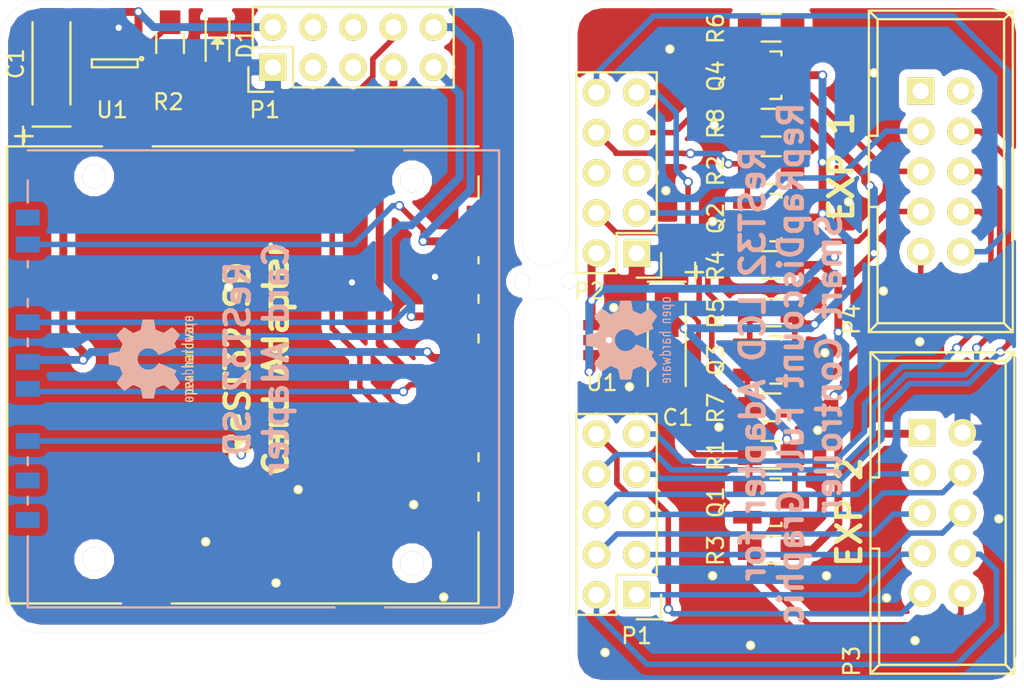
<source format=kicad_pcb>
(kicad_pcb (version 4) (host pcbnew 4.0.2-stable)
  (layers (0 F.Cu signal hide) (31 B.Cu signal hide) (34 B.Paste user) (35 F.Paste user) (36 B.SilkS user hide) (37 F.SilkS user hide) (38 B.Mask user) (39 F.Mask user) (44 Edge.Cuts user))
  (net 0 "")
  (net 1 GND)
  (net 2 +3V3)
  (net 3 /DISPLAY_D6)
  (net 4 /DISPLAY_D7)
  (net 5 /DISPLAY_D4)
  (net 6 /DISPLAY_D5)
  (net 7 /DISPLAY_D2)
  (net 8 /DISPLAY_D3)
  (net 9 /DISPLAY_D0)
  (net 10 /DISPLAY_D1)
  (net 11 /DISPLAY_CD)
  (net 12 /DISPLAY_CS)
  (net 13 +5V)
  (net 14 /DISPLAY_RD)
  (net 15 /DISPLAY_WR)
  (net 16 /SPI_MOSI)
  (net 17 /SPI_CS1)
  (net 18 /SPI_SCK)
  (net 19 /MISO)
  (net 20 /BEEP)
  (net 21 /SCK)
  (net 22 /CS)
  (net 23 /MOSI)
  (net 24 /SPI-CS)
  (net 25 /SPI-MOSI)
  (net 26 /SPI-SCK)
  (net 27 /SPI-MISO)
  (net 28 "Net-(D1-Pad2)")
  (module ReST-Library:1pin (layer F.Cu) (at 112.25 121.75)
    (fp_text reference REF** hide)
    (fp_text value 1pin)
    (pad "" thru_hole circle (at 0 0) (size 1 1) (drill 1) (layers *.Cu *.Mask F.SilkS))
  )
  (module ReST-Library:1pin (layer F.Cu) (at 109.25 121.8)
    (fp_text reference REF** hide)
    (fp_text value 1pin)
    (pad "" thru_hole circle (at 0 0) (size 1 1) (drill 1) (layers *.Cu *.Mask F.SilkS))
  )
  (module ReST-Library:1pin (layer F.Cu) (at 118.35 116.05)
    (fp_text reference REF** hide)
    (fp_text value 1pin)
    (pad GND thru_hole circle (at 0 0) (size 0.6 0.6) (drill 0.4) (layers *.Cu *.Mask F.SilkS) (net 1 GND))
  )
  (module ReST-Library:1pin (layer F.Cu) (at 121.4 111.9)
    (fp_text reference REF** hide)
    (fp_text value 1pin)
    (pad GND thru_hole circle (at 0 0) (size 0.6 0.6) (drill 0.4) (layers *.Cu *.Mask F.SilkS) (net 1 GND))
  )
  (module ReST-Library:1pin (layer F.Cu) (at 129.9 116.75)
    (fp_text reference REF** hide)
    (fp_text value 1pin)
    (pad GND thru_hole circle (at 0 0) (size 0.6 0.6) (drill 0.4) (layers *.Cu *.Mask F.SilkS) (net 1 GND))
  )
  (module ReST-Library:1pin (layer F.Cu) (at 127.95 131.2)
    (fp_text reference REF** hide)
    (fp_text value 1pin)
    (pad GND thru_hole circle (at 0 0) (size 0.6 0.6) (drill 0.4) (layers *.Cu *.Mask F.SilkS) (net 1 GND))
  )
  (module ReST-Library:1pin (layer F.Cu) (at 116.05 128.45)
    (fp_text reference REF** hide)
    (fp_text value 1pin)
    (pad GND thru_hole circle (at 0 0) (size 0.6 0.6) (drill 0.4) (layers *.Cu *.Mask F.SilkS) (net 1 GND))
  )
  (module ReST-Library:1pin (layer F.Cu) (at 115.05 123.45)
    (fp_text reference REF** hide)
    (fp_text value 1pin)
    (pad GND thru_hole circle (at 0 0) (size 0.6 0.6) (drill 0.4) (layers *.Cu *.Mask F.SilkS) (net 1 GND))
  )
  (module ReST-Library:1pin (layer F.Cu) (at 128.4 126.3)
    (fp_text reference REF** hide)
    (fp_text value 1pin)
    (pad GND thru_hole circle (at 0 0) (size 0.6 0.6) (drill 0.4) (layers *.Cu *.Mask F.SilkS) (net 1 GND))
  )
  (module ReST-Library:1pin (layer F.Cu) (at 121.7 131)
    (fp_text reference REF** hide)
    (fp_text value 1pin)
    (pad GND thru_hole circle (at 0 0) (size 0.6 0.6) (drill 0.4) (layers *.Cu *.Mask F.SilkS) (net 1 GND))
  )
  (module ReST-Library:1pin (layer F.Cu) (at 121.3 118)
    (fp_text reference REF** hide)
    (fp_text value 1pin)
    (pad GND thru_hole circle (at 0 0) (size 0.6 0.6) (drill 0.4) (layers *.Cu *.Mask F.SilkS) (net 1 GND))
  )
  (module ReST-Library:1pin (layer F.Cu) (at 114.5 145.25)
    (fp_text reference REF** hide)
    (fp_text value 1pin)
    (pad GND thru_hole circle (at 0 0) (size 0.6 0.6) (drill 0.4) (layers *.Cu *.Mask F.SilkS) (net 1 GND))
  )
  (module ReST-Library:1pin (layer F.Cu) (at 118.6 107.1)
    (fp_text reference REF** hide)
    (fp_text value 1pin)
    (pad GND thru_hole circle (at 0 0) (size 0.6 0.6) (drill 0.4) (layers *.Cu *.Mask F.SilkS) (net 1 GND))
  )
  (module ReST-Library:1pin (layer F.Cu) (at 131.5 108.6)
    (fp_text reference REF** hide)
    (fp_text value 1pin)
    (pad GND thru_hole circle (at 0 0) (size 0.6 0.6) (drill 0.4) (layers *.Cu *.Mask F.SilkS) (net 1 GND))
  )
  (module ReST-Library:1pin (layer F.Cu) (at 132.1 122.4)
    (fp_text reference REF** hide)
    (fp_text value 1pin)
    (pad GND thru_hole circle (at 0 0) (size 0.6 0.6) (drill 0.4) (layers *.Cu *.Mask F.SilkS) (net 1 GND))
  )
  (module ReST-Library:1pin (layer F.Cu) (at 134.4 125.6)
    (fp_text reference REF** hide)
    (fp_text value 1pin)
    (pad GND thru_hole circle (at 0 0) (size 0.6 0.6) (drill 0.4) (layers *.Cu *.Mask F.SilkS) (net 1 GND))
  )
  (module ReST-Library:1pin (layer F.Cu) (at 139.4 136.8)
    (fp_text reference REF** hide)
    (fp_text value 1pin)
    (pad GND thru_hole circle (at 0 0) (size 0.6 0.6) (drill 0.4) (layers *.Cu *.Mask F.SilkS) (net 1 GND))
  )
  (module ReST-Library:1pin (layer F.Cu) (at 134.1 144.5)
    (fp_text reference REF** hide)
    (fp_text value 1pin)
    (pad GND thru_hole circle (at 0 0) (size 0.6 0.6) (drill 0.4) (layers *.Cu *.Mask F.SilkS) (net 1 GND))
  )
  (module ReST-Library:1pin (layer F.Cu) (at 132.3 141.8)
    (fp_text reference REF** hide)
    (fp_text value 1pin)
    (pad GND thru_hole circle (at 0 0) (size 0.6 0.6) (drill 0.4) (layers *.Cu *.Mask F.SilkS) (net 1 GND))
  )
  (module ReST-Library:1pin (layer F.Cu) (at 128.5 140.4)
    (fp_text reference REF** hide)
    (fp_text value 1pin)
    (pad GND thru_hole circle (at 0 0) (size 0.6 0.6) (drill 0.4) (layers *.Cu *.Mask F.SilkS) (net 1 GND))
  )
  (module ReST-Library:1pin (layer F.Cu) (at 121.3 140.4)
    (fp_text reference REF** hide)
    (fp_text value 1pin)
    (pad GND thru_hole circle (at 0 0) (size 0.6 0.6) (drill 0.4) (layers *.Cu *.Mask F.SilkS) (net 1 GND))
  )
  (module Connect:IDC_Header_Straight_10pins (layer F.Cu) (at 134.46 109.75 270)
    (fp_text reference P4 (at 14.45 4.36 270) (layer F.SilkS))
    (fp_text value CONN_02X05)
    (pad 1 thru_hole rect (at 0 0 270) (size 1.7272 1.7272) (drill 1.016) (layers *.Cu *.Mask F.SilkS))
    (pad 2 thru_hole oval (at 0 -2.54 270) (size 1.7272 1.7272) (drill 1.016) (layers *.Cu *.Mask F.SilkS))
    (pad 3 thru_hole oval (at 2.54 0 270) (size 1.7272 1.7272) (drill 1.016) (layers *.Cu *.Mask F.SilkS) (net 14 /DISPLAY_RD))
    (pad 4 thru_hole oval (at 2.54 -2.54 270) (size 1.7272 1.7272) (drill 1.016) (layers *.Cu *.Mask F.SilkS) (net 6 /DISPLAY_D5))
    (pad 5 thru_hole oval (at 5.08 0 270) (size 1.7272 1.7272) (drill 1.016) (layers *.Cu *.Mask F.SilkS) (net 23 /MOSI))
    (pad 6 thru_hole oval (at 5.08 -2.54 270) (size 1.7272 1.7272) (drill 1.016) (layers *.Cu *.Mask F.SilkS) (net 5 /DISPLAY_D4))
    (pad 7 thru_hole oval (at 7.62 0 270) (size 1.7272 1.7272) (drill 1.016) (layers *.Cu *.Mask F.SilkS) (net 22 /CS))
    (pad 8 thru_hole oval (at 7.62 -2.54 270) (size 1.7272 1.7272) (drill 1.016) (layers *.Cu *.Mask F.SilkS) (net 4 /DISPLAY_D7))
    (pad 9 thru_hole oval (at 10.16 0 270) (size 1.7272 1.7272) (drill 1.016) (layers *.Cu *.Mask F.SilkS) (net 21 /SCK))
    (pad 10 thru_hole oval (at 10.16 -2.54 270) (size 1.7272 1.7272) (drill 1.016) (layers *.Cu *.Mask F.SilkS) (net 19 /MISO))
  )
  (module Capacitors_Tantalum_SMD:TantalC_SizeA_EIA-3216_HandSoldering (layer F.Cu) (at 118.4 125.80102 270)
    (fp_text reference C1 (at 4.59898 -0.7 360) (layer F.SilkS))
    (fp_text value 2.2uF)
    (fp_text user + (at -4.59994 -1.80086 270) (layer F.SilkS))
    (pad 2 smd rect (at 1.99898 0 270) (size 2.99974 1.50114) (layers F.Cu F.Paste F.Mask) (net 1 GND))
    (pad 1 smd rect (at -1.99898 0 270) (size 2.99974 1.50114) (layers F.Cu F.Paste F.Mask) (net 2 +3V3))
  )
  (module Connect:IDC_Header_Straight_10pins (layer F.Cu) (at 134.56 131.35 270)
    (fp_text reference P3 (at 14.45 4.46 270) (layer F.SilkS))
    (fp_text value CONN_02X05)
    (pad 1 thru_hole rect (at 0 0 270) (size 1.7272 1.7272) (drill 1.016) (layers *.Cu *.Mask F.SilkS) (net 13 +5V))
    (pad 2 thru_hole oval (at 0 -2.54 270) (size 1.7272 1.7272) (drill 1.016) (layers *.Cu *.Mask F.SilkS) (net 1 GND))
    (pad 3 thru_hole oval (at 2.54 0 270) (size 1.7272 1.7272) (drill 1.016) (layers *.Cu *.Mask F.SilkS) (net 7 /DISPLAY_D2))
    (pad 4 thru_hole oval (at 2.54 -2.54 270) (size 1.7272 1.7272) (drill 1.016) (layers *.Cu *.Mask F.SilkS) (net 8 /DISPLAY_D3))
    (pad 5 thru_hole oval (at 5.08 0 270) (size 1.7272 1.7272) (drill 1.016) (layers *.Cu *.Mask F.SilkS) (net 9 /DISPLAY_D0))
    (pad 6 thru_hole oval (at 5.08 -2.54 270) (size 1.7272 1.7272) (drill 1.016) (layers *.Cu *.Mask F.SilkS) (net 10 /DISPLAY_D1))
    (pad 7 thru_hole oval (at 7.62 0 270) (size 1.7272 1.7272) (drill 1.016) (layers *.Cu *.Mask F.SilkS) (net 12 /DISPLAY_CS))
    (pad 8 thru_hole oval (at 7.62 -2.54 270) (size 1.7272 1.7272) (drill 1.016) (layers *.Cu *.Mask F.SilkS) (net 11 /DISPLAY_CD))
    (pad 9 thru_hole oval (at 10.16 0 270) (size 1.7272 1.7272) (drill 1.016) (layers *.Cu *.Mask F.SilkS) (net 3 /DISPLAY_D6))
    (pad 10 thru_hole oval (at 10.16 -2.54 270) (size 1.7272 1.7272) (drill 1.016) (layers *.Cu *.Mask F.SilkS) (net 20 /BEEP))
  )
  (module TO_SOT_Packages_SMD:SOT-23_Handsoldering (layer F.Cu) (at 125 135.75 270)
    (fp_text reference Q1 (at 0 3.5 270) (layer F.SilkS))
    (fp_text value BSS138)
    (pad 1 smd rect (at -0.95 1.50114 270) (size 0.8001 1.80086) (layers F.Cu F.Paste F.Mask) (net 15 /DISPLAY_WR))
    (pad 2 smd rect (at 0.95 1.50114 270) (size 0.8001 1.80086) (layers F.Cu F.Paste F.Mask) (net 20 /BEEP))
    (pad 3 smd rect (at 0 -1.50114 270) (size 0.8001 1.80086) (layers F.Cu F.Paste F.Mask) (net 2 +3V3))
  )
  (module TO_SOT_Packages_SMD:SOT-23_Handsoldering (layer F.Cu) (at 125 117.75 270)
    (fp_text reference Q2 (at 0.05 3.5 270) (layer F.SilkS))
    (fp_text value BSS138)
    (pad 1 smd rect (at -0.95 1.50114 270) (size 0.8001 1.80086) (layers F.Cu F.Paste F.Mask) (net 17 /SPI_CS1))
    (pad 2 smd rect (at 0.95 1.50114 270) (size 0.8001 1.80086) (layers F.Cu F.Paste F.Mask) (net 22 /CS))
    (pad 3 smd rect (at 0 -1.50114 270) (size 0.8001 1.80086) (layers F.Cu F.Paste F.Mask) (net 2 +3V3))
  )
  (module TO_SOT_Packages_SMD:SOT-23_Handsoldering (layer F.Cu) (at 125 126.75 270)
    (fp_text reference Q3 (at 0 3.5 270) (layer F.SilkS))
    (fp_text value BSS138)
    (pad 1 smd rect (at -0.95 1.50114 270) (size 0.8001 1.80086) (layers F.Cu F.Paste F.Mask) (net 18 /SPI_SCK))
    (pad 2 smd rect (at 0.95 1.50114 270) (size 0.8001 1.80086) (layers F.Cu F.Paste F.Mask) (net 21 /SCK))
    (pad 3 smd rect (at 0 -1.50114 270) (size 0.8001 1.80086) (layers F.Cu F.Paste F.Mask) (net 2 +3V3))
  )
  (module TO_SOT_Packages_SMD:SOT-23_Handsoldering (layer F.Cu) (at 125 108.75 270)
    (fp_text reference Q4 (at 0.05 3.5 270) (layer F.SilkS))
    (fp_text value BSS138)
    (pad 1 smd rect (at -0.95 1.50114 270) (size 0.8001 1.80086) (layers F.Cu F.Paste F.Mask) (net 16 /SPI_MOSI))
    (pad 2 smd rect (at 0.95 1.50114 270) (size 0.8001 1.80086) (layers F.Cu F.Paste F.Mask) (net 23 /MOSI))
    (pad 3 smd rect (at 0 -1.50114 270) (size 0.8001 1.80086) (layers F.Cu F.Paste F.Mask) (net 2 +3V3))
  )
  (module Resistors_SMD:R_0805_HandSoldering (layer F.Cu) (at 125 132.75 180)
    (fp_text reference R1 (at 3.5 -0.05 270) (layer F.SilkS))
    (fp_text value 10K)
    (pad 1 smd rect (at -1.35 0 180) (size 1.5 1.3) (layers F.Cu F.Paste F.Mask) (net 2 +3V3))
    (pad 2 smd rect (at 1.35 0 180) (size 1.5 1.3) (layers F.Cu F.Paste F.Mask) (net 15 /DISPLAY_WR))
  )
  (module Resistors_SMD:R_0805_HandSoldering (layer F.Cu) (at 125 114.75 180)
    (fp_text reference R2 (at 3.5 -0.05 270) (layer F.SilkS))
    (fp_text value 10K)
    (pad 1 smd rect (at -1.35 0 180) (size 1.5 1.3) (layers F.Cu F.Paste F.Mask) (net 2 +3V3))
    (pad 2 smd rect (at 1.35 0 180) (size 1.5 1.3) (layers F.Cu F.Paste F.Mask) (net 17 /SPI_CS1))
  )
  (module Resistors_SMD:R_0805_HandSoldering (layer F.Cu) (at 125 138.75 180)
    (fp_text reference R3 (at 3.5 -0.05 270) (layer F.SilkS))
    (fp_text value 10K)
    (pad 1 smd rect (at -1.35 0 180) (size 1.5 1.3) (layers F.Cu F.Paste F.Mask) (net 13 +5V))
    (pad 2 smd rect (at 1.35 0 180) (size 1.5 1.3) (layers F.Cu F.Paste F.Mask) (net 20 /BEEP))
  )
  (module Resistors_SMD:R_0805_HandSoldering (layer F.Cu) (at 125 120.75 180)
    (fp_text reference R4 (at 3.5 -0.05 270) (layer F.SilkS))
    (fp_text value 10K)
    (pad 1 smd rect (at -1.35 0 180) (size 1.5 1.3) (layers F.Cu F.Paste F.Mask) (net 13 +5V))
    (pad 2 smd rect (at 1.35 0 180) (size 1.5 1.3) (layers F.Cu F.Paste F.Mask) (net 22 /CS))
  )
  (module Resistors_SMD:R_0805_HandSoldering (layer F.Cu) (at 125 123.75 180)
    (fp_text reference R5 (at 3.5 -0.05 270) (layer F.SilkS))
    (fp_text value 10K)
    (pad 1 smd rect (at -1.35 0 180) (size 1.5 1.3) (layers F.Cu F.Paste F.Mask) (net 2 +3V3))
    (pad 2 smd rect (at 1.35 0 180) (size 1.5 1.3) (layers F.Cu F.Paste F.Mask) (net 18 /SPI_SCK))
  )
  (module Resistors_SMD:R_0805_HandSoldering (layer F.Cu) (at 125 105.75 180)
    (fp_text reference R6 (at 3.5 -0.05 270) (layer F.SilkS))
    (fp_text value 10K)
    (pad 1 smd rect (at -1.35 0 180) (size 1.5 1.3) (layers F.Cu F.Paste F.Mask) (net 2 +3V3))
    (pad 2 smd rect (at 1.35 0 180) (size 1.5 1.3) (layers F.Cu F.Paste F.Mask) (net 16 /SPI_MOSI))
  )
  (module Resistors_SMD:R_0805_HandSoldering (layer F.Cu) (at 125 129.75 180)
    (fp_text reference R7 (at 3.5 -0.05 270) (layer F.SilkS))
    (fp_text value 10K)
    (pad 1 smd rect (at -1.35 0 180) (size 1.5 1.3) (layers F.Cu F.Paste F.Mask) (net 13 +5V))
    (pad 2 smd rect (at 1.35 0 180) (size 1.5 1.3) (layers F.Cu F.Paste F.Mask) (net 21 /SCK))
  )
  (module Resistors_SMD:R_0805_HandSoldering (layer F.Cu) (at 125 111.75 180)
    (fp_text reference R8 (at 3.5 -0.05 270) (layer F.SilkS))
    (fp_text value 10K)
    (pad 1 smd rect (at -1.35 0 180) (size 1.5 1.3) (layers F.Cu F.Paste F.Mask) (net 13 +5V))
    (pad 2 smd rect (at 1.35 0 180) (size 1.5 1.3) (layers F.Cu F.Paste F.Mask) (net 23 /MOSI))
  )
  (module TO_SOT_Packages_SMD:SOT-23-5 (layer F.Cu) (at 114.75 125.5)
    (fp_text reference U1 (at -0.45 2.7) (layer F.SilkS))
    (fp_text value MIC5205)
    (pad 1 smd rect (at -1.1 -0.95) (size 1.06 0.65) (layers F.Cu F.Paste F.Mask) (net 13 +5V))
    (pad 2 smd rect (at -1.1 0) (size 1.06 0.65) (layers F.Cu F.Paste F.Mask) (net 1 GND))
    (pad 3 smd rect (at -1.1 0.95) (size 1.06 0.65) (layers F.Cu F.Paste F.Mask) (net 13 +5V))
    (pad 4 smd rect (at 1.1 0.95) (size 1.06 0.65) (layers F.Cu F.Paste F.Mask))
    (pad 5 smd rect (at 1.1 -0.95) (size 1.06 0.65) (layers F.Cu F.Paste F.Mask) (net 2 +3V3))
  )
  (module Pin_Headers:Pin_Header_Straight_2x05 (layer F.Cu) (at 116.5 141.6 180)
    (fp_text reference P1 (at 0 -2.6 180) (layer F.SilkS))
    (fp_text value CONN_02X05)
    (pad 1 thru_hole rect (at 0 0 180) (size 1.7272 1.7272) (drill 1.016) (layers *.Cu *.Mask F.SilkS) (net 12 /DISPLAY_CS))
    (pad 2 thru_hole oval (at 2.54 0 180) (size 1.7272 1.7272) (drill 1.016) (layers *.Cu *.Mask F.SilkS) (net 11 /DISPLAY_CD))
    (pad 3 thru_hole oval (at 0 2.54 180) (size 1.7272 1.7272) (drill 1.016) (layers *.Cu *.Mask F.SilkS) (net 10 /DISPLAY_D1))
    (pad 4 thru_hole oval (at 2.54 2.54 180) (size 1.7272 1.7272) (drill 1.016) (layers *.Cu *.Mask F.SilkS) (net 9 /DISPLAY_D0))
    (pad 5 thru_hole oval (at 0 5.08 180) (size 1.7272 1.7272) (drill 1.016) (layers *.Cu *.Mask F.SilkS) (net 8 /DISPLAY_D3))
    (pad 6 thru_hole oval (at 2.54 5.08 180) (size 1.7272 1.7272) (drill 1.016) (layers *.Cu *.Mask F.SilkS) (net 7 /DISPLAY_D2))
    (pad 7 thru_hole oval (at 0 7.62 180) (size 1.7272 1.7272) (drill 1.016) (layers *.Cu *.Mask F.SilkS) (net 6 /DISPLAY_D5))
    (pad 8 thru_hole oval (at 2.54 7.62 180) (size 1.7272 1.7272) (drill 1.016) (layers *.Cu *.Mask F.SilkS) (net 5 /DISPLAY_D4))
    (pad 9 thru_hole oval (at 0 10.16 180) (size 1.7272 1.7272) (drill 1.016) (layers *.Cu *.Mask F.SilkS) (net 4 /DISPLAY_D7))
    (pad 10 thru_hole oval (at 2.54 10.16 180) (size 1.7272 1.7272) (drill 1.016) (layers *.Cu *.Mask F.SilkS) (net 3 /DISPLAY_D6))
  )
  (module Pin_Headers:Pin_Header_Straight_2x05 (layer F.Cu) (at 116.5 120 180)
    (fp_text reference P2 (at 3 -2.4 180) (layer F.SilkS))
    (fp_text value CONN_02X05)
    (pad 1 thru_hole rect (at 0 0 180) (size 1.7272 1.7272) (drill 1.016) (layers *.Cu *.Mask F.SilkS) (net 1 GND))
    (pad 2 thru_hole oval (at 2.54 0 180) (size 1.7272 1.7272) (drill 1.016) (layers *.Cu *.Mask F.SilkS) (net 13 +5V))
    (pad 3 thru_hole oval (at 0 2.54 180) (size 1.7272 1.7272) (drill 1.016) (layers *.Cu *.Mask F.SilkS) (net 14 /DISPLAY_RD))
    (pad 4 thru_hole oval (at 2.54 2.54 180) (size 1.7272 1.7272) (drill 1.016) (layers *.Cu *.Mask F.SilkS) (net 15 /DISPLAY_WR))
    (pad 5 thru_hole oval (at 0 5.08 180) (size 1.7272 1.7272) (drill 1.016) (layers *.Cu *.Mask F.SilkS))
    (pad 6 thru_hole oval (at 2.54 5.08 180) (size 1.7272 1.7272) (drill 1.016) (layers *.Cu *.Mask F.SilkS))
    (pad 7 thru_hole oval (at 0 7.62 180) (size 1.7272 1.7272) (drill 1.016) (layers *.Cu *.Mask F.SilkS) (net 16 /SPI_MOSI))
    (pad 8 thru_hole oval (at 2.54 7.62 180) (size 1.7272 1.7272) (drill 1.016) (layers *.Cu *.Mask F.SilkS) (net 17 /SPI_CS1))
    (pad 9 thru_hole oval (at 0 10.16 180) (size 1.7272 1.7272) (drill 1.016) (layers *.Cu *.Mask F.SilkS) (net 18 /SPI_SCK))
    (pad 10 thru_hole oval (at 2.54 10.16 180) (size 1.7272 1.7272) (drill 1.016) (layers *.Cu *.Mask F.SilkS) (net 19 /MISO))
  )
  (module ReST-Library:1pin (layer F.Cu) (at 123.7 144.8)
    (fp_text reference REF** hide)
    (fp_text value 1pin)
    (pad GND thru_hole circle (at 0 0) (size 0.6 0.6) (drill 0.4) (layers *.Cu *.Mask F.SilkS) (net 1 GND))
  )
  (module ReST-Library:Logo_silk_OSHW_6x6mm (layer B.Cu) (at 115.55 125.5 270)
    (fp_text reference G*** hide)
    (fp_text value LOGO hide)
  )
  (module ReST-Library:Logo_silk_OSHW_6x6mm (layer B.Cu) (at 85.368 126.694 270)
    (fp_text reference G*** hide)
    (fp_text value LOGO hide)
  )
  (module ReST-Library:1pin (layer F.Cu) (at 95.1 134.95)
    (fp_text reference REF** hide)
    (fp_text value 1pin)
    (pad GND thru_hole circle (at 0 0) (size 0.6 0.6) (drill 0.4) (layers *.Cu *.Mask F.SilkS) (net 1 GND))
  )
  (module ReST-Library:1pin (layer F.Cu) (at 89.25 138.25)
    (fp_text reference REF** hide)
    (fp_text value 1pin)
    (pad GND thru_hole circle (at 0 0) (size 0.6 0.6) (drill 0.4) (layers *.Cu *.Mask F.SilkS) (net 1 GND))
  )
  (module ReST-Library:1pin (layer F.Cu) (at 102.4 135.9)
    (fp_text reference REF** hide)
    (fp_text value 1pin)
    (pad GND thru_hole circle (at 0 0) (size 0.6 0.6) (drill 0.4) (layers *.Cu *.Mask F.SilkS) (net 1 GND))
  )
  (module ReST-Library:1pin (layer F.Cu) (at 104.3 141.75)
    (fp_text reference REF** hide)
    (fp_text value 1pin)
    (pad GND thru_hole circle (at 0 0) (size 0.6 0.6) (drill 0.4) (layers *.Cu *.Mask F.SilkS) (net 1 GND))
  )
  (module ReST-Library:1pin (layer F.Cu) (at 90.7 122.15)
    (fp_text reference REF** hide)
    (fp_text value 1pin)
    (pad GND thru_hole circle (at 0 0) (size 0.6 0.6) (drill 0.4) (layers *.Cu *.Mask F.SilkS) (net 1 GND))
  )
  (module Capacitors_Tantalum_SMD:TantalC_SizeA_EIA-3216_HandSoldering (layer F.Cu) (at 79.5 108 90)
    (fp_text reference C1 (at -0.025 -2.26 90) (layer F.SilkS))
    (fp_text value CP1_Small)
    (fp_text user + (at -4.59994 -1.80086 90) (layer F.SilkS))
    (pad 2 smd rect (at 1.99898 0 90) (size 2.99974 1.50114) (layers F.Cu F.Paste F.Mask) (net 1 GND))
    (pad 1 smd rect (at -1.99898 0 90) (size 2.99974 1.50114) (layers F.Cu F.Paste F.Mask) (net 2 +3V3))
  )
  (module Connect:SD_Card_Receptacle (layer F.Cu) (at 106.5 127.25 270)
    (fp_text reference CON1 hide)
    (fp_text value uSD_Card)
    (pad 1 smd rect (at 6.875 0 270) (size 1 1.5) (layers F.Cu F.Paste F.Mask))
    (pad 2 smd rect (at 4.375 0 270) (size 1 1.5) (layers F.Cu F.Paste F.Mask) (net 24 /SPI-CS))
    (pad 3 smd rect (at 1.075 0 270) (size 1 1.5) (layers F.Cu F.Paste F.Mask) (net 25 /SPI-MOSI))
    (pad 4 smd rect (at -0.625 0 270) (size 1 1.5) (layers F.Cu F.Paste F.Mask) (net 2 +3V3))
    (pad 5 smd rect (at -3.125 0 270) (size 1 1.5) (layers F.Cu F.Paste F.Mask) (net 26 /SPI-SCK))
    (pad 6 smd rect (at -5.625 0 270) (size 1 1.5) (layers F.Cu F.Paste F.Mask) (net 1 GND))
    (pad 7 smd rect (at -8.05 0 270) (size 1 1.5) (layers F.Cu F.Paste F.Mask) (net 27 /SPI-MISO))
    (pad 8 smd rect (at -9.75 0 270) (size 1 1.5) (layers F.Cu F.Paste F.Mask))
    (pad 9 smd rect (at 9.375 0 270) (size 1 1.5) (layers F.Cu F.Paste F.Mask))
    (pad 10 smd rect (at 2.725 0 270) (size 1 1.5) (layers F.Cu F.Paste F.Mask) (net 1 GND))
    (pad 11 smd rect (at -13.1 0 270) (size 1 1.5) (layers F.Cu F.Paste F.Mask) (net 1 GND))
    (pad 12 smd rect (at 14.4 21 270) (size 1.2 2.2) (layers F.Cu F.Paste F.Mask) (net 1 GND))
    (pad 13 smd rect (at -13.6 22.2 270) (size 1.2 2.2) (layers F.Cu F.Paste F.Mask) (net 1 GND))
    (pad "" thru_hole circle (at 12.1 24.3 270) (size 1.5 1.5) (drill 1.5) (layers *.Cu *.Mask F.SilkS))
    (pad "" thru_hole circle (at -12.1 24.3 270) (size 1.5 1.5) (drill 1.5) (layers *.Cu *.Mask F.SilkS))
  )
  (module Pin_Headers:Pin_Header_Straight_2x05 (layer F.Cu) (at 93.5 108.25 90)
    (fp_text reference P1 (at -2.696 -0.512 180) (layer F.SilkS))
    (fp_text value CONN_02X05)
    (pad 1 thru_hole rect (at 0 0 90) (size 1.7272 1.7272) (drill 1.016) (layers *.Cu *.Mask F.SilkS) (net 1 GND))
    (pad 2 thru_hole oval (at 2.54 0 90) (size 1.7272 1.7272) (drill 1.016) (layers *.Cu *.Mask F.SilkS) (net 13 +5V))
    (pad 3 thru_hole oval (at 0 2.54 90) (size 1.7272 1.7272) (drill 1.016) (layers *.Cu *.Mask F.SilkS))
    (pad 4 thru_hole oval (at 2.54 2.54 90) (size 1.7272 1.7272) (drill 1.016) (layers *.Cu *.Mask F.SilkS))
    (pad 5 thru_hole oval (at 0 5.08 90) (size 1.7272 1.7272) (drill 1.016) (layers *.Cu *.Mask F.SilkS))
    (pad 6 thru_hole oval (at 2.54 5.08 90) (size 1.7272 1.7272) (drill 1.016) (layers *.Cu *.Mask F.SilkS))
    (pad 7 thru_hole oval (at 0 7.62 90) (size 1.7272 1.7272) (drill 1.016) (layers *.Cu *.Mask F.SilkS) (net 25 /SPI-MOSI))
    (pad 8 thru_hole oval (at 2.54 7.62 90) (size 1.7272 1.7272) (drill 1.016) (layers *.Cu *.Mask F.SilkS) (net 24 /SPI-CS))
    (pad 9 thru_hole oval (at 0 10.16 90) (size 1.7272 1.7272) (drill 1.016) (layers *.Cu *.Mask F.SilkS) (net 26 /SPI-SCK))
    (pad 10 thru_hole oval (at 2.54 10.16 90) (size 1.7272 1.7272) (drill 1.016) (layers *.Cu *.Mask F.SilkS) (net 27 /SPI-MISO))
  )
  (module Resistors_SMD:R_0805_HandSoldering (layer F.Cu) (at 87 106.75 270)
    (fp_text reference R2 (at 3.688 0.108 360) (layer F.SilkS))
    (fp_text value 1K)
    (pad 1 smd rect (at -1.35 0 270) (size 1.5 1.3) (layers F.Cu F.Paste F.Mask) (net 2 +3V3))
    (pad 2 smd rect (at 1.35 0 270) (size 1.5 1.3) (layers F.Cu F.Paste F.Mask) (net 28 "Net-(D1-Pad2)"))
  )
  (module TO_SOT_Packages_SMD:SOT-23-5 (layer F.Cu) (at 83.5 108 270)
    (fp_text reference U1 (at 2.946 0.164 360) (layer F.SilkS))
    (fp_text value MIC5205)
    (pad 1 smd rect (at -1.1 -0.95 270) (size 1.06 0.65) (layers F.Cu F.Paste F.Mask) (net 13 +5V))
    (pad 2 smd rect (at -1.1 0 270) (size 1.06 0.65) (layers F.Cu F.Paste F.Mask) (net 1 GND))
    (pad 3 smd rect (at -1.1 0.95 270) (size 1.06 0.65) (layers F.Cu F.Paste F.Mask) (net 13 +5V))
    (pad 4 smd rect (at 1.1 0.95 270) (size 1.06 0.65) (layers F.Cu F.Paste F.Mask))
    (pad 5 smd rect (at 1.1 -0.95 270) (size 1.06 0.65) (layers F.Cu F.Paste F.Mask) (net 2 +3V3))
  )
  (module Connect:SD_Card_Receptacle (layer B.Cu) (at 78 127.5 270)
    (fp_text reference CON2 hide)
    (fp_text value uSD_Card)
    (pad 1 smd rect (at 6.875 0 270) (size 1 1.5) (layers B.Cu B.Paste B.Mask))
    (pad 2 smd rect (at 4.375 0 270) (size 1 1.5) (layers B.Cu B.Paste B.Mask) (net 24 /SPI-CS))
    (pad 3 smd rect (at 1.075 0 270) (size 1 1.5) (layers B.Cu B.Paste B.Mask) (net 25 /SPI-MOSI))
    (pad 4 smd rect (at -0.625 0 270) (size 1 1.5) (layers B.Cu B.Paste B.Mask) (net 2 +3V3))
    (pad 5 smd rect (at -3.125 0 270) (size 1 1.5) (layers B.Cu B.Paste B.Mask) (net 26 /SPI-SCK))
    (pad 6 smd rect (at -5.625 0 270) (size 1 1.5) (layers B.Cu B.Paste B.Mask) (net 1 GND))
    (pad 7 smd rect (at -8.05 0 270) (size 1 1.5) (layers B.Cu B.Paste B.Mask) (net 27 /SPI-MISO))
    (pad 8 smd rect (at -9.75 0 270) (size 1 1.5) (layers B.Cu B.Paste B.Mask))
    (pad 9 smd rect (at 9.375 0 270) (size 1 1.5) (layers B.Cu B.Paste B.Mask))
    (pad 10 smd rect (at 2.725 0 270) (size 1 1.5) (layers B.Cu B.Paste B.Mask) (net 1 GND))
    (pad 11 smd rect (at -13.1 0 270) (size 1 1.5) (layers B.Cu B.Paste B.Mask) (net 1 GND))
    (pad 12 smd rect (at 14.4 -21 270) (size 1.2 2.2) (layers B.Cu B.Paste B.Mask) (net 1 GND))
    (pad 13 smd rect (at -13.6 -22.2 270) (size 1.2 2.2) (layers B.Cu B.Paste B.Mask) (net 1 GND))
    (pad "" thru_hole circle (at 12.1 -24.3 270) (size 1.5 1.5) (drill 1.5) (layers *.Cu *.Mask B.SilkS))
    (pad "" thru_hole circle (at -12.1 -24.3 270) (size 1.5 1.5) (drill 1.5) (layers *.Cu *.Mask B.SilkS))
  )
  (module ReST-Library:1pin (layer F.Cu) (at 93.7 140.85)
    (fp_text reference REF** hide)
    (fp_text value 1pin)
    (pad GND thru_hole circle (at 0 0) (size 0.6 0.6) (drill 0.4) (layers *.Cu *.Mask F.SilkS) (net 1 GND))
  )
  (module ReST-Library:Logo_silk_OSHW_6x6mm (layer F.Cu) (at 85.368 126.694 90)
    (fp_text reference G*** hide)
    (fp_text value LOGO hide)
  )
  (module LEDs:LED_0805 (layer F.Cu) (at 90 106.75 270)
    (fp_text reference D1 (at 0 -1.75 270) (layer F.SilkS))
    (fp_text value Led_Small)
    (pad 2 smd rect (at 1.04902 0 90) (size 1.19888 1.19888) (layers F.Cu F.Paste F.Mask) (net 28 "Net-(D1-Pad2)"))
    (pad 1 smd rect (at -1.04902 0 90) (size 1.19888 1.19888) (layers F.Cu F.Paste F.Mask) (net 1 GND))
  )
  (gr_line (start 112.25 106) (end 112.25 119.3) (layer Edge.Cuts) (width 0.01))
  (gr_line (start 139 104) (end 114.25 104) (layer Edge.Cuts) (width 0.01))
  (gr_line (start 141 145.5) (end 141 106) (layer Edge.Cuts) (width 0.01))
  (gr_line (start 114.25 147.5) (end 139 147.5) (layer Edge.Cuts) (width 0.01))
  (gr_line (start 112.25 124.35) (end 112.25 145.5) (layer Edge.Cuts) (width 0.01))
  (gr_arc (start 114.25 145.5) (end 114.25 147.5) (angle 90) (layer Edge.Cuts) (width 0.01))
  (gr_arc (start 139 145.5) (end 141 145.5) (angle 90) (layer Edge.Cuts) (width 0.01))
  (gr_arc (start 139 106) (end 139 104) (angle 90) (layer Edge.Cuts) (width 0.01))
  (gr_arc (start 114.25 106) (end 112.25 106) (angle 90) (layer Edge.Cuts) (width 0.01))
  (gr_line (start 109.25 106.5) (end 109.25 119.3) (layer Edge.Cuts) (width 0.01))
  (gr_line (start 109.25 141.5) (end 109.25 124.35) (layer Edge.Cuts) (width 0.01))
  (gr_arc (start 110.75 124.35) (end 109.25 124.35) (angle 90) (layer Edge.Cuts) (width 0.01))
  (gr_arc (start 110.75 124.35) (end 110.75 122.85) (angle 90) (layer Edge.Cuts) (width 0.01))
  (gr_arc (start 110.75 119.3) (end 112.25 119.3) (angle 90) (layer Edge.Cuts) (width 0.01))
  (gr_arc (start 110.75 119.3) (end 110.75 120.8) (angle 90) (layer Edge.Cuts) (width 0.01))
  (gr_text "EXP 2" (at 129.944 136.368 90) (layer F.SilkS) (effects (font (size 1.5 1.5) (thickness 0.3))))
  (gr_text "EXP 1" (at 129.436 114.524 90) (layer F.SilkS) (effects (font (size 1.5 1.5) (thickness 0.3))))
  (gr_text "ReST32 LCD Adapter for\nRepRapDiscount Full Graphic\nSmart Controller" (at 126.25 127 90) (layer B.SilkS) (effects (font (size 1.5 1.5) (thickness 0.3)) (justify mirror)))
  (gr_text "ReST32 SD\nCard Adapter" (at 92.48 126.694 90) (layer F.SilkS) (effects (font (size 1.5 1.5) (thickness 0.3))))
  (gr_text "ReST32 SD\nCard Adapter" (at 92.48 126.694 90) (layer B.SilkS) (effects (font (size 1.5 1.5) (thickness 0.3)) (justify mirror)))
  (gr_line (start 78.75 104) (end 106.75 104) (angle 90) (layer Edge.Cuts) (width 0.01))
  (gr_line (start 76.25 141.5) (end 76.25 106.5) (angle 90) (layer Edge.Cuts) (width 0.01))
  (gr_line (start 106.75 144) (end 78.75 144) (angle 90) (layer Edge.Cuts) (width 0.01))
  (gr_arc (start 78.75 141.5) (end 78.75 144) (angle 90) (layer Edge.Cuts) (width 0.01))
  (gr_arc (start 106.75 141.5) (end 109.25 141.5) (angle 90) (layer Edge.Cuts) (width 0.01))
  (gr_arc (start 106.75 106.5) (end 106.75 104) (angle 90) (layer Edge.Cuts) (width 0.01))
  (gr_arc (start 78.75 106.5) (end 76.25 106.5) (angle 90) (layer Edge.Cuts) (width 0.01))
  (segment (start 121.7 131) (end 121.7 130.1) (width 0.5) (layer B.Cu) (net 1))
  (segment (start 121.7 130.1) (end 115.05 123.45) (width 0.5) (layer B.Cu) (net 1))
  (segment (start 113.65 125.5) (end 114.75 125.5) (width 0.5) (layer F.Cu) (net 1))
  (segment (start 116.75 123.25) (end 116.75 120.25) (width 0.5) (layer F.Cu) (net 1))
  (segment (start 116.75 120.25) (end 116.5 120) (width 0.5) (layer F.Cu) (net 1))
  (segment (start 114.75 125.5) (end 114.75 125.25) (width 0.5) (layer B.Cu) (net 1))
  (segment (start 114.75 125.25) (end 116.75 123.25) (width 0.5) (layer B.Cu) (net 1))
  (segment (start 116.25 128.5) (end 116.25 127) (width 0.5) (layer B.Cu) (net 1))
  (segment (start 116.25 127) (end 114.75 125.5) (width 0.5) (layer B.Cu) (net 1))
  (segment (start 118.4 127.8) (end 116.95 127.8) (width 0.5) (layer F.Cu) (net 1))
  (segment (start 116.95 127.8) (end 116.25 128.5) (width 0.5) (layer F.Cu) (net 1))
  (via (at 114.75 125.5) (size 0.6) (drill 0.4) (layers F.Cu B.Cu) (net 1))
  (via (at 98.5 121.85) (size 0.6) (drill 0.4) (layers F.Cu B.Cu) (net 1))
  (segment (start 87.1 121.875) (end 98.475 121.875) (width 0.5) (layer B.Cu) (net 1))
  (segment (start 78 121.875) (end 87.1 121.875) (width 0.5) (layer B.Cu) (net 1))
  (segment (start 98.475 121.875) (end 98.5 121.85) (width 0.5) (layer B.Cu) (net 1))
  (segment (start 106.5 121.625) (end 103.875 121.625) (width 0.5) (layer F.Cu) (net 1))
  (segment (start 103.875 121.625) (end 103.75 121.5) (width 0.5) (layer F.Cu) (net 1))
  (via (at 103.75 121.5) (size 0.6) (drill 0.4) (layers F.Cu B.Cu) (net 1))
  (segment (start 83.5 106.9) (end 83.5 106) (width 0.5) (layer F.Cu) (net 1))
  (segment (start 83.5 106) (end 83.75 105.75) (width 0.5) (layer F.Cu) (net 1))
  (via (at 83.75 105.75) (size 0.6) (drill 0.4) (layers F.Cu B.Cu) (net 1))
  (segment (start 126 131.75) (end 126 132.4) (width 0.5) (layer F.Cu) (net 2))
  (segment (start 126 132.4) (end 126.35 132.75) (width 0.5) (layer F.Cu) (net 2))
  (segment (start 126 131.25) (end 126 131.75) (width 0.5) (layer B.Cu) (net 2))
  (via (at 126 131.75) (size 0.6) (drill 0.4) (layers F.Cu B.Cu) (net 2))
  (segment (start 125.5 130.75) (end 126 131.25) (width 0.5) (layer B.Cu) (net 2))
  (segment (start 119.5 124.75) (end 125.5 130.75) (width 0.5) (layer B.Cu) (net 2))
  (segment (start 128.25 108.75) (end 126.50114 108.75) (width 0.5) (layer F.Cu) (net 2))
  (segment (start 128.25 114.25) (end 128.25 108.75) (width 0.5) (layer B.Cu) (net 2))
  (via (at 128.25 108.75) (size 0.6) (drill 0.4) (layers F.Cu B.Cu) (net 2))
  (segment (start 128.25 117.5) (end 128.25 114.25) (width 0.5) (layer F.Cu) (net 2))
  (via (at 128.25 114.25) (size 0.6) (drill 0.4) (layers F.Cu B.Cu) (net 2))
  (segment (start 128.25 117.5) (end 130 119.25) (width 0.5) (layer B.Cu) (net 2))
  (segment (start 130 119.25) (end 130 122.25) (width 0.5) (layer B.Cu) (net 2))
  (segment (start 130 122.25) (end 127.75 124.5) (width 0.5) (layer B.Cu) (net 2))
  (segment (start 126.50114 117.75) (end 128 117.75) (width 0.5) (layer F.Cu) (net 2))
  (via (at 128.25 117.5) (size 0.6) (drill 0.4) (layers F.Cu B.Cu) (net 2))
  (segment (start 128 117.75) (end 128.25 117.5) (width 0.5) (layer F.Cu) (net 2))
  (segment (start 127.75 124.5) (end 127.1 124.5) (width 0.5) (layer F.Cu) (net 2))
  (segment (start 127.1 124.5) (end 126.35 123.75) (width 0.5) (layer F.Cu) (net 2))
  (segment (start 119.5 124.75) (end 127.5 124.75) (width 0.5) (layer B.Cu) (net 2))
  (segment (start 127.5 124.75) (end 127.75 124.5) (width 0.5) (layer B.Cu) (net 2))
  (via (at 127.75 124.5) (size 0.6) (drill 0.4) (layers F.Cu B.Cu) (net 2))
  (segment (start 118.4 123.80204) (end 118.55204 123.80204) (width 0.5) (layer F.Cu) (net 2))
  (segment (start 118.55204 123.80204) (end 119.5 124.75) (width 0.5) (layer F.Cu) (net 2))
  (via (at 119.5 124.75) (size 0.6) (drill 0.4) (layers F.Cu B.Cu) (net 2))
  (segment (start 126.50114 135.75) (end 126.50114 132.90114) (width 0.35) (layer F.Cu) (net 2))
  (segment (start 126.50114 132.90114) (end 126.35 132.75) (width 0.35) (layer F.Cu) (net 2))
  (segment (start 126.50114 108.75) (end 126.50114 105.90114) (width 0.35) (layer F.Cu) (net 2))
  (segment (start 126.50114 105.90114) (end 126.35 105.75) (width 0.35) (layer F.Cu) (net 2))
  (segment (start 126.50114 117.75) (end 126.50114 114.90114) (width 0.35) (layer F.Cu) (net 2))
  (segment (start 126.50114 114.90114) (end 126.35 114.75) (width 0.35) (layer F.Cu) (net 2))
  (segment (start 126.50114 126.75) (end 126.50114 123.90114) (width 0.35) (layer F.Cu) (net 2))
  (segment (start 126.50114 123.90114) (end 126.35 123.75) (width 0.35) (layer F.Cu) (net 2))
  (segment (start 115.85 124.55) (end 117.65204 124.55) (width 0.5) (layer F.Cu) (net 2))
  (segment (start 117.65204 124.55) (end 118.4 123.80204) (width 0.5) (layer F.Cu) (net 2))
  (segment (start 103.25 126.25) (end 82 126.25) (width 0.5) (layer B.Cu) (net 2))
  (segment (start 82 126.25) (end 81.5 126.75) (width 0.5) (layer B.Cu) (net 2))
  (segment (start 106.5 126.625) (end 103.625 126.625) (width 0.5) (layer F.Cu) (net 2))
  (segment (start 103.625 126.625) (end 103.25 126.25) (width 0.5) (layer F.Cu) (net 2))
  (via (at 103.25 126.25) (size 0.6) (drill 0.4) (layers F.Cu B.Cu) (net 2))
  (segment (start 81.5 126.75) (end 78.125 126.75) (width 0.5) (layer B.Cu) (net 2))
  (segment (start 78.125 126.75) (end 78 126.875) (width 0.5) (layer B.Cu) (net 2))
  (segment (start 80.25 125) (end 81.5 126.25) (width 0.5) (layer F.Cu) (net 2))
  (segment (start 81.5 126.25) (end 81.5 126.75) (width 0.5) (layer F.Cu) (net 2))
  (via (at 81.5 126.75) (size 0.6) (drill 0.4) (layers F.Cu B.Cu) (net 2))
  (segment (start 80.25 113.75) (end 80.25 125) (width 0.5) (layer F.Cu) (net 2))
  (segment (start 81.25159 112.74841) (end 80.25 113.75) (width 0.5) (layer F.Cu) (net 2))
  (segment (start 81.25159 110.5) (end 81.25159 112.74841) (width 0.5) (layer F.Cu) (net 2))
  (segment (start 85.5 107) (end 85.5 107.845) (width 0.35) (layer F.Cu) (net 2))
  (segment (start 85.5 107.845) (end 84.45 108.895) (width 0.35) (layer F.Cu) (net 2))
  (segment (start 84.45 108.895) (end 84.45 109.1) (width 0.35) (layer F.Cu) (net 2))
  (segment (start 87 105.5) (end 85.5 107) (width 0.35) (layer F.Cu) (net 2))
  (segment (start 84.08 110.5) (end 81.25159 110.5) (width 0.5) (layer F.Cu) (net 2))
  (segment (start 81.25159 110.5) (end 80.75057 109.99898) (width 0.5) (layer F.Cu) (net 2))
  (segment (start 80.75057 109.99898) (end 79.5 109.99898) (width 0.5) (layer F.Cu) (net 2))
  (segment (start 84.45 109.1) (end 84.45 110.13) (width 0.5) (layer F.Cu) (net 2))
  (segment (start 84.45 110.13) (end 84.08 110.5) (width 0.5) (layer F.Cu) (net 2))
  (segment (start 87 105.5) (end 87 105.4) (width 0.3) (layer F.Cu) (net 2))
  (segment (start 133.596401 142.443599) (end 134.46 141.58) (width 0.35) (layer B.Cu) (net 3))
  (segment (start 118.799999 142.799999) (end 133.240001 142.799999) (width 0.35) (layer B.Cu) (net 3))
  (segment (start 133.240001 142.799999) (end 133.596401 142.443599) (width 0.35) (layer B.Cu) (net 3))
  (segment (start 118.5 142.5) (end 118.799999 142.799999) (width 0.35) (layer B.Cu) (net 3))
  (segment (start 115.25 132.73) (end 115.25 134.56313) (width 0.35) (layer F.Cu) (net 3))
  (segment (start 113.96 131.44) (end 115.25 132.73) (width 0.35) (layer F.Cu) (net 3))
  (segment (start 115.93687 135.25) (end 117.25 135.25) (width 0.35) (layer F.Cu) (net 3))
  (segment (start 115.25 134.56313) (end 115.93687 135.25) (width 0.35) (layer F.Cu) (net 3))
  (segment (start 117.25 135.25) (end 118.5 136.5) (width 0.35) (layer F.Cu) (net 3))
  (segment (start 118.5 136.5) (end 118.5 142.5) (width 0.35) (layer F.Cu) (net 3))
  (via (at 118.5 142.5) (size 0.6) (drill 0.4) (layers F.Cu B.Cu) (net 3))
  (segment (start 129.04436 133.14998) (end 130.89998 131.29436) (width 0.35) (layer B.Cu) (net 4))
  (segment (start 119.431294 133.14998) (end 129.04436 133.14998) (width 0.35) (layer B.Cu) (net 4))
  (segment (start 116.5 131.44) (end 117.721314 131.44) (width 0.35) (layer B.Cu) (net 4))
  (segment (start 117.721314 131.44) (end 119.431294 133.14998) (width 0.35) (layer B.Cu) (net 4))
  (segment (start 137 117.37) (end 138.221314 117.37) (width 0.35) (layer F.Cu) (net 4))
  (segment (start 138.221314 117.37) (end 138.89998 118.048666) (width 0.35) (layer F.Cu) (net 4))
  (segment (start 138.89998 118.048666) (end 138.89998 123.85002) (width 0.35) (layer F.Cu) (net 4))
  (segment (start 138.89998 123.85002) (end 138.25 124.5) (width 0.35) (layer F.Cu) (net 4))
  (segment (start 138.25 124.5) (end 136.75 126) (width 0.35) (layer F.Cu) (net 4))
  (segment (start 133.294358 127.14998) (end 135.60002 127.14998) (width 0.35) (layer B.Cu) (net 4))
  (segment (start 135.60002 127.14998) (end 136.75 126) (width 0.35) (layer B.Cu) (net 4))
  (via (at 136.75 126) (size 0.6) (drill 0.4) (layers F.Cu B.Cu) (net 4))
  (segment (start 130.89998 131.29436) (end 130.89998 129.544358) (width 0.35) (layer B.Cu) (net 4))
  (segment (start 130.89998 129.544358) (end 133.294358 127.14998) (width 0.35) (layer B.Cu) (net 4))
  (segment (start 113.96 133.98) (end 115.198601 132.741399) (width 0.35) (layer B.Cu) (net 5))
  (segment (start 115.198601 132.741399) (end 117.741399 132.741399) (width 0.35) (layer B.Cu) (net 5))
  (segment (start 118.69999 133.69999) (end 129.27218 133.69999) (width 0.35) (layer B.Cu) (net 5))
  (segment (start 117.741399 132.741399) (end 118.69999 133.69999) (width 0.35) (layer B.Cu) (net 5))
  (segment (start 129.27218 133.69999) (end 131.44999 131.52218) (width 0.35) (layer B.Cu) (net 5))
  (segment (start 131.44999 131.52218) (end 131.44999 129.772179) (width 0.35) (layer B.Cu) (net 5))
  (segment (start 131.44999 129.772179) (end 133.522179 127.69999) (width 0.35) (layer B.Cu) (net 5))
  (segment (start 136.25 127.69999) (end 137.27218 127.69999) (width 0.35) (layer B.Cu) (net 5))
  (segment (start 133.522179 127.69999) (end 136.25 127.69999) (width 0.35) (layer B.Cu) (net 5))
  (segment (start 139.44999 124.55001) (end 139.44999 116.25) (width 0.35) (layer F.Cu) (net 5))
  (segment (start 137 114.83) (end 138.221314 114.83) (width 0.35) (layer F.Cu) (net 5))
  (segment (start 138.221314 114.83) (end 139.44999 116.058676) (width 0.35) (layer F.Cu) (net 5))
  (segment (start 139.44999 116.058676) (end 139.44999 116.25) (width 0.35) (layer F.Cu) (net 5))
  (segment (start 138 126) (end 139.44999 124.55001) (width 0.35) (layer F.Cu) (net 5))
  (segment (start 137.27218 127.69999) (end 138 126.97217) (width 0.35) (layer B.Cu) (net 5))
  (segment (start 138 126.97217) (end 138 126) (width 0.35) (layer B.Cu) (net 5))
  (via (at 138 126) (size 0.6) (drill 0.4) (layers F.Cu B.Cu) (net 5))
  (segment (start 129.5 134.25) (end 132 131.75) (width 0.35) (layer B.Cu) (net 6))
  (segment (start 116.5 133.98) (end 117.721314 133.98) (width 0.35) (layer B.Cu) (net 6))
  (segment (start 117.721314 133.98) (end 117.991314 134.25) (width 0.35) (layer B.Cu) (net 6))
  (segment (start 117.991314 134.25) (end 129.5 134.25) (width 0.35) (layer B.Cu) (net 6))
  (segment (start 132 130) (end 133.75 128.25) (width 0.35) (layer B.Cu) (net 6))
  (segment (start 132 131.75) (end 132 130) (width 0.35) (layer B.Cu) (net 6))
  (segment (start 133.75 128.25) (end 137.5 128.25) (width 0.35) (layer B.Cu) (net 6))
  (segment (start 137 112.29) (end 138.221314 112.29) (width 0.35) (layer F.Cu) (net 6))
  (segment (start 138.221314 112.29) (end 140 114.068686) (width 0.35) (layer F.Cu) (net 6))
  (segment (start 140 114.068686) (end 140 125.75) (width 0.35) (layer F.Cu) (net 6))
  (segment (start 140 125.75) (end 139.5 126.25) (width 0.35) (layer F.Cu) (net 6))
  (via (at 139.5 126.25) (size 0.6) (drill 0.4) (layers F.Cu B.Cu) (net 6))
  (segment (start 137.5 128.25) (end 139.5 126.25) (width 0.35) (layer B.Cu) (net 6))
  (segment (start 113.96 136.52) (end 115.23 135.25) (width 0.35) (layer B.Cu) (net 7))
  (segment (start 113.96 136.52) (end 113.96 137.22687) (width 0.35) (layer F.Cu) (net 7))
  (segment (start 130.5 135.25) (end 131.79 133.96) (width 0.35) (layer B.Cu) (net 7))
  (segment (start 115.23 135.25) (end 130.5 135.25) (width 0.35) (layer B.Cu) (net 7))
  (segment (start 131.79 133.96) (end 134.46 133.96) (width 0.35) (layer B.Cu) (net 7))
  (segment (start 137.1 133.89) (end 135.84 135.15) (width 0.35) (layer B.Cu) (net 8))
  (segment (start 135.84 135.15) (end 132.1 135.15) (width 0.35) (layer B.Cu) (net 8))
  (segment (start 132.1 135.15) (end 130.73 136.52) (width 0.35) (layer B.Cu) (net 8))
  (segment (start 130.73 136.52) (end 116.5 136.52) (width 0.35) (layer B.Cu) (net 8))
  (segment (start 113.96 139.06) (end 115.261399 137.758601) (width 0.35) (layer B.Cu) (net 9))
  (segment (start 115.261399 137.758601) (end 131.463569 137.758601) (width 0.35) (layer B.Cu) (net 9))
  (segment (start 131.463569 137.758601) (end 132.72217 136.5) (width 0.35) (layer B.Cu) (net 9))
  (segment (start 132.72217 136.5) (end 133.238686 136.5) (width 0.35) (layer B.Cu) (net 9))
  (segment (start 133.238686 136.5) (end 134.46 136.5) (width 0.35) (layer B.Cu) (net 9))
  (segment (start 116.5 139.06) (end 132.440856 139.06) (width 0.35) (layer B.Cu) (net 10))
  (segment (start 132.440856 139.06) (end 133.800856 137.7) (width 0.35) (layer B.Cu) (net 10))
  (segment (start 133.800856 137.7) (end 135.83 137.7) (width 0.35) (layer B.Cu) (net 10))
  (segment (start 135.83 137.7) (end 137.1 136.43) (width 0.35) (layer B.Cu) (net 10))
  (segment (start 137 139.04) (end 138.221314 139.04) (width 0.35) (layer B.Cu) (net 11))
  (segment (start 138.221314 139.04) (end 139.25 140.068686) (width 0.35) (layer B.Cu) (net 11))
  (segment (start 139.25 140.068686) (end 139.25 143.5) (width 0.35) (layer B.Cu) (net 11))
  (segment (start 139.25 143.5) (end 136.75 146) (width 0.35) (layer B.Cu) (net 11))
  (segment (start 136.75 146) (end 117.138686 146) (width 0.35) (layer B.Cu) (net 11))
  (segment (start 113.96 142.821314) (end 113.96 141.6) (width 0.35) (layer B.Cu) (net 11))
  (segment (start 117.138686 146) (end 113.96 142.821314) (width 0.35) (layer B.Cu) (net 11))
  (segment (start 134.46 139.04) (end 133.238686 139.04) (width 0.35) (layer B.Cu) (net 12))
  (segment (start 133.238686 139.04) (end 130.678686 141.6) (width 0.35) (layer B.Cu) (net 12))
  (segment (start 130.678686 141.6) (end 116.5 141.6) (width 0.35) (layer B.Cu) (net 12))
  (segment (start 129.25 125) (end 129.25 125.424264) (width 0.5) (layer B.Cu) (net 13))
  (segment (start 126.575736 122.25) (end 114.4 122.25) (width 0.5) (layer B.Cu) (net 13))
  (segment (start 114.4 122.25) (end 113.65 123) (width 0.5) (layer B.Cu) (net 13))
  (segment (start 129 120.25) (end 128.575736 120.25) (width 0.5) (layer B.Cu) (net 13))
  (segment (start 128.575736 120.25) (end 126.575736 122.25) (width 0.5) (layer B.Cu) (net 13))
  (segment (start 126.35 120.75) (end 128.5 120.75) (width 0.5) (layer F.Cu) (net 13))
  (segment (start 128.5 120.75) (end 129 120.25) (width 0.5) (layer F.Cu) (net 13))
  (via (at 129 120.25) (size 0.6) (drill 0.4) (layers F.Cu B.Cu) (net 13))
  (segment (start 126.35 111.75) (end 127.6 111.75) (width 0.5) (layer F.Cu) (net 13))
  (segment (start 127.6 111.75) (end 130.950001 115.100001) (width 0.5) (layer F.Cu) (net 13))
  (segment (start 130.950001 115.100001) (end 130.950001 115.450001) (width 0.5) (layer F.Cu) (net 13))
  (segment (start 131.25 115.75) (end 130.950001 115.450001) (width 0.5) (layer F.Cu) (net 13))
  (segment (start 131.5 116) (end 131.25 115.75) (width 0.5) (layer B.Cu) (net 13))
  (via (at 131.25 115.75) (size 0.6) (drill 0.4) (layers F.Cu B.Cu) (net 13))
  (segment (start 131.5 120) (end 131.5 116) (width 0.5) (layer B.Cu) (net 13))
  (segment (start 129.25 121.75) (end 129.75 121.75) (width 0.5) (layer F.Cu) (net 13))
  (segment (start 129.75 121.75) (end 131.5 120) (width 0.5) (layer F.Cu) (net 13))
  (via (at 131.5 120) (size 0.6) (drill 0.4) (layers F.Cu B.Cu) (net 13))
  (segment (start 129.25 121.75) (end 128.25 120.75) (width 0.5) (layer F.Cu) (net 13))
  (segment (start 128.25 120.75) (end 126.35 120.75) (width 0.5) (layer F.Cu) (net 13))
  (segment (start 129.25 125) (end 129.25 121.75) (width 0.5) (layer F.Cu) (net 13))
  (via (at 129.25 125) (size 0.6) (drill 0.4) (layers F.Cu B.Cu) (net 13))
  (segment (start 126.35 129.75) (end 127.6 129.75) (width 0.5) (layer F.Cu) (net 13))
  (segment (start 126.35 138.75) (end 127.6 138.75) (width 0.5) (layer F.Cu) (net 13))
  (segment (start 113.65 124.55) (end 113.65 123) (width 0.5) (layer F.Cu) (net 13))
  (segment (start 113.65 123) (end 113.65 120.31) (width 0.5) (layer F.Cu) (net 13))
  (segment (start 113.5 127.5) (end 113.5 123.15) (width 0.5) (layer B.Cu) (net 13))
  (segment (start 113.5 123.15) (end 113.65 123) (width 0.5) (layer B.Cu) (net 13))
  (via (at 113.65 123) (size 0.6) (drill 0.4) (layers F.Cu B.Cu) (net 13))
  (segment (start 113.65 126.45) (end 113.65 127.35) (width 0.5) (layer F.Cu) (net 13))
  (segment (start 113.65 127.35) (end 113.5 127.5) (width 0.5) (layer F.Cu) (net 13))
  (via (at 113.5 127.5) (size 0.6) (drill 0.4) (layers F.Cu B.Cu) (net 13))
  (segment (start 113.65 120.31) (end 113.96 120) (width 0.5) (layer F.Cu) (net 13))
  (segment (start 131.83 131.42) (end 134.46 131.42) (width 0.5) (layer F.Cu) (net 13))
  (segment (start 129.7 125.874264) (end 129.7 128.3) (width 0.5) (layer B.Cu) (net 13))
  (segment (start 129.7 128.3) (end 129 129) (width 0.5) (layer B.Cu) (net 13))
  (segment (start 129.25 125.424264) (end 129.7 125.874264) (width 0.5) (layer B.Cu) (net 13))
  (segment (start 129.25 134) (end 129.25 130.25) (width 0.5) (layer F.Cu) (net 13))
  (segment (start 129.25 130.25) (end 129 130) (width 0.5) (layer F.Cu) (net 13))
  (segment (start 129 130) (end 129 129) (width 0.5) (layer F.Cu) (net 13))
  (segment (start 128.25 129.75) (end 129 129) (width 0.5) (layer F.Cu) (net 13))
  (via (at 129 129) (size 0.6) (drill 0.4) (layers F.Cu B.Cu) (net 13))
  (segment (start 129.25 137.1) (end 129.25 134) (width 0.5) (layer F.Cu) (net 13))
  (segment (start 129.25 134) (end 131.83 131.42) (width 0.5) (layer F.Cu) (net 13))
  (segment (start 127.6 129.75) (end 128.25 129.75) (width 0.5) (layer F.Cu) (net 13))
  (segment (start 127.6 138.75) (end 129.25 137.1) (width 0.5) (layer F.Cu) (net 13))
  (segment (start 85 104.75) (end 83.25 104.75) (width 0.5) (layer F.Cu) (net 13))
  (segment (start 83.25 104.75) (end 82.55 105.45) (width 0.5) (layer F.Cu) (net 13))
  (segment (start 82.55 105.45) (end 82.55 106.9) (width 0.5) (layer F.Cu) (net 13))
  (segment (start 85 104.75) (end 85 106.35) (width 0.5) (layer F.Cu) (net 13))
  (segment (start 85 106.35) (end 84.45 106.9) (width 0.5) (layer F.Cu) (net 13))
  (segment (start 93.5 105.71) (end 85.96 105.71) (width 0.5) (layer B.Cu) (net 13))
  (segment (start 85.96 105.71) (end 85 104.75) (width 0.5) (layer B.Cu) (net 13))
  (via (at 85 104.75) (size 0.6) (drill 0.4) (layers F.Cu B.Cu) (net 13))
  (segment (start 84.5 106.85) (end 84.45 106.9) (width 0.3) (layer F.Cu) (net 13))
  (segment (start 132.25 112.29) (end 134.46 112.29) (width 0.35) (layer B.Cu) (net 14))
  (segment (start 129.29 115.25) (end 132.25 112.29) (width 0.35) (layer B.Cu) (net 14))
  (segment (start 125.85 115.25) (end 129.29 115.25) (width 0.35) (layer B.Cu) (net 14))
  (segment (start 124.5 116.6) (end 125.85 115.25) (width 0.35) (layer B.Cu) (net 14))
  (segment (start 121.5 116.6) (end 124.5 116.6) (width 0.35) (layer B.Cu) (net 14))
  (segment (start 116.5 117.46) (end 120.64 117.46) (width 0.35) (layer B.Cu) (net 14))
  (segment (start 120.64 117.46) (end 121.5 116.6) (width 0.35) (layer B.Cu) (net 14))
  (segment (start 123.65 132.75) (end 120.25 132.75) (width 0.35) (layer F.Cu) (net 15))
  (segment (start 120.25 132.75) (end 119.6 132.1) (width 0.35) (layer F.Cu) (net 15))
  (segment (start 119.6 132.1) (end 119.6 130.85) (width 0.35) (layer F.Cu) (net 15))
  (segment (start 119.6 130.85) (end 121.25 129.2) (width 0.35) (layer F.Cu) (net 15))
  (segment (start 120.44999 120.19999) (end 118.948601 118.698601) (width 0.35) (layer F.Cu) (net 15))
  (segment (start 118.948601 118.698601) (end 115.198601 118.698601) (width 0.35) (layer F.Cu) (net 15))
  (segment (start 121.25 129.2) (end 121.25 124) (width 0.35) (layer F.Cu) (net 15))
  (segment (start 121.25 124) (end 120.44999 123.19999) (width 0.35) (layer F.Cu) (net 15))
  (segment (start 115.198601 118.698601) (end 113.96 117.46) (width 0.35) (layer F.Cu) (net 15))
  (segment (start 120.44999 123.19999) (end 120.44999 120.19999) (width 0.35) (layer F.Cu) (net 15))
  (segment (start 123.65 132.75) (end 123.65 134.64886) (width 0.35) (layer F.Cu) (net 15))
  (segment (start 123.65 134.64886) (end 123.49886 134.8) (width 0.35) (layer F.Cu) (net 15))
  (segment (start 123.49886 107.8) (end 123.49886 105.90114) (width 0.35) (layer F.Cu) (net 16))
  (segment (start 123.49886 105.90114) (end 123.65 105.75) (width 0.35) (layer F.Cu) (net 16))
  (segment (start 116.5 112.38) (end 118.91886 112.38) (width 0.35) (layer F.Cu) (net 16))
  (segment (start 118.91886 112.38) (end 122.24843 109.05043) (width 0.35) (layer F.Cu) (net 16))
  (segment (start 122.24843 109.05043) (end 122.24843 108.55005) (width 0.35) (layer F.Cu) (net 16))
  (segment (start 122.24843 108.55005) (end 122.99848 107.8) (width 0.35) (layer F.Cu) (net 16))
  (segment (start 122.99848 107.8) (end 123.49886 107.8) (width 0.35) (layer F.Cu) (net 16))
  (segment (start 119.9 113.7) (end 119.45 113.7) (width 0.35) (layer F.Cu) (net 17))
  (segment (start 119.45 113.7) (end 119.431399 113.681399) (width 0.35) (layer F.Cu) (net 17))
  (segment (start 121.65 113.7) (end 119.9 113.7) (width 0.35) (layer B.Cu) (net 17))
  (via (at 119.9 113.7) (size 0.6) (drill 0.4) (layers F.Cu B.Cu) (net 17))
  (segment (start 122.3 114.35) (end 121.65 113.7) (width 0.35) (layer B.Cu) (net 17))
  (segment (start 122.3 114.35) (end 123.25 114.35) (width 0.35) (layer F.Cu) (net 17))
  (segment (start 123.25 114.35) (end 123.65 114.75) (width 0.35) (layer F.Cu) (net 17))
  (segment (start 122.25 114.4) (end 122.3 114.35) (width 0.35) (layer B.Cu) (net 17))
  (via (at 122.3 114.35) (size 0.6) (drill 0.4) (layers F.Cu B.Cu) (net 17))
  (segment (start 113.96 112.38) (end 115.181399 113.601399) (width 0.35) (layer F.Cu) (net 17))
  (segment (start 115.181399 113.681399) (end 119.431399 113.681399) (width 0.35) (layer F.Cu) (net 17))
  (segment (start 115.181399 113.601399) (end 115.181399 113.681399) (width 0.35) (layer F.Cu) (net 17))
  (segment (start 123.49886 116.8) (end 123.49886 114.90114) (width 0.35) (layer F.Cu) (net 17))
  (segment (start 123.49886 114.90114) (end 123.65 114.75) (width 0.35) (layer F.Cu) (net 17))
  (segment (start 119.75 115.5) (end 119.75 118.45) (width 0.35) (layer F.Cu) (net 18))
  (segment (start 119.75 118.45) (end 121 119.7) (width 0.35) (layer F.Cu) (net 18))
  (segment (start 121 119.7) (end 121 122.5) (width 0.35) (layer F.Cu) (net 18))
  (segment (start 121 122.5) (end 122.25 123.75) (width 0.35) (layer F.Cu) (net 18))
  (segment (start 122.25 123.75) (end 123.65 123.75) (width 0.35) (layer F.Cu) (net 18))
  (segment (start 123.65 123.75) (end 123.65 125.64886) (width 0.35) (layer F.Cu) (net 18))
  (segment (start 123.65 125.64886) (end 123.49886 125.8) (width 0.35) (layer F.Cu) (net 18))
  (segment (start 119 111.118686) (end 119 114.75) (width 0.35) (layer B.Cu) (net 18))
  (segment (start 119 114.75) (end 119.75 115.5) (width 0.35) (layer B.Cu) (net 18))
  (via (at 119.75 115.5) (size 0.6) (drill 0.4) (layers F.Cu B.Cu) (net 18))
  (segment (start 116.5 109.84) (end 117.721314 109.84) (width 0.35) (layer B.Cu) (net 18))
  (segment (start 117.721314 109.84) (end 119 111.118686) (width 0.35) (layer B.Cu) (net 18))
  (segment (start 113.96 109.84) (end 113.96 108.618686) (width 0.35) (layer B.Cu) (net 19))
  (segment (start 113.96 108.618686) (end 117.578686 105) (width 0.35) (layer B.Cu) (net 19))
  (segment (start 117.578686 105) (end 136.5 105) (width 0.35) (layer B.Cu) (net 19))
  (segment (start 136.5 105) (end 140 108.5) (width 0.35) (layer B.Cu) (net 19))
  (segment (start 140 108.5) (end 140 118.5) (width 0.35) (layer B.Cu) (net 19))
  (segment (start 140 118.5) (end 138.59 119.91) (width 0.35) (layer B.Cu) (net 19))
  (segment (start 138.59 119.91) (end 137 119.91) (width 0.35) (layer B.Cu) (net 19))
  (segment (start 127.4 143.5) (end 136.2936 143.5) (width 0.35) (layer F.Cu) (net 20))
  (segment (start 136.2936 143.5) (end 137 142.7936) (width 0.35) (layer F.Cu) (net 20))
  (segment (start 137 142.7936) (end 137 141.58) (width 0.35) (layer F.Cu) (net 20))
  (segment (start 137 141.58) (end 136.772798 141.58) (width 0.35) (layer F.Cu) (net 20))
  (segment (start 123.65 138.75) (end 123.65 139.75) (width 0.35) (layer F.Cu) (net 20))
  (segment (start 123.65 139.75) (end 127.4 143.5) (width 0.35) (layer F.Cu) (net 20))
  (segment (start 123.65 138.75) (end 123.65 136.85114) (width 0.35) (layer F.Cu) (net 20))
  (segment (start 123.65 136.85114) (end 123.49886 136.7) (width 0.35) (layer F.Cu) (net 20))
  (segment (start 128.5 128) (end 134.46 122.04) (width 0.35) (layer F.Cu) (net 21))
  (segment (start 134.46 122.04) (end 134.46 119.91) (width 0.35) (layer F.Cu) (net 21))
  (segment (start 125.04929 128) (end 128.5 128) (width 0.35) (layer F.Cu) (net 21))
  (segment (start 124.74929 127.7) (end 125.04929 128) (width 0.35) (layer F.Cu) (net 21))
  (segment (start 123.49886 127.7) (end 124.74929 127.7) (width 0.35) (layer F.Cu) (net 21))
  (segment (start 123.49886 127.7) (end 123.49886 129.59886) (width 0.35) (layer F.Cu) (net 21))
  (segment (start 123.49886 129.59886) (end 123.65 129.75) (width 0.35) (layer F.Cu) (net 21))
  (segment (start 130.5 119.25) (end 132.38 117.37) (width 0.35) (layer F.Cu) (net 22))
  (segment (start 132.38 117.37) (end 134.46 117.37) (width 0.35) (layer F.Cu) (net 22))
  (segment (start 125.29929 119.25) (end 130.5 119.25) (width 0.35) (layer F.Cu) (net 22))
  (segment (start 124.74929 118.7) (end 125.29929 119.25) (width 0.35) (layer F.Cu) (net 22))
  (segment (start 123.49886 118.7) (end 124.74929 118.7) (width 0.35) (layer F.Cu) (net 22))
  (segment (start 123.49886 118.7) (end 123.49886 120.59886) (width 0.35) (layer F.Cu) (net 22))
  (segment (start 123.49886 120.59886) (end 123.65 120.75) (width 0.35) (layer F.Cu) (net 22))
  (segment (start 127.5 110) (end 132.33 114.83) (width 0.35) (layer F.Cu) (net 23))
  (segment (start 132.33 114.83) (end 134.46 114.83) (width 0.35) (layer F.Cu) (net 23))
  (segment (start 125.04929 110) (end 127.5 110) (width 0.35) (layer F.Cu) (net 23))
  (segment (start 124.74929 109.7) (end 125.04929 110) (width 0.35) (layer F.Cu) (net 23))
  (segment (start 123.49886 109.7) (end 124.74929 109.7) (width 0.35) (layer F.Cu) (net 23))
  (segment (start 123.49886 109.7) (end 123.49886 111.59886) (width 0.35) (layer F.Cu) (net 23))
  (segment (start 123.49886 111.59886) (end 123.65 111.75) (width 0.35) (layer F.Cu) (net 23))
  (segment (start 91.5 132.75) (end 90.625 131.875) (width 0.35) (layer B.Cu) (net 24))
  (segment (start 90.625 131.875) (end 78 131.875) (width 0.35) (layer B.Cu) (net 24))
  (segment (start 102.125 131.625) (end 92.625 131.625) (width 0.35) (layer F.Cu) (net 24))
  (segment (start 92.625 131.625) (end 91.5 132.75) (width 0.35) (layer F.Cu) (net 24))
  (via (at 91.5 132.75) (size 0.6) (drill 0.4) (layers F.Cu B.Cu) (net 24))
  (segment (start 99 128.5) (end 102.125 131.625) (width 0.35) (layer F.Cu) (net 24))
  (segment (start 102.125 131.625) (end 106.5 131.625) (width 0.35) (layer F.Cu) (net 24))
  (segment (start 99 126.5) (end 99 128.5) (width 0.35) (layer F.Cu) (net 24))
  (segment (start 97.25 124.75) (end 99 126.5) (width 0.35) (layer F.Cu) (net 24))
  (segment (start 97.25 111.41313) (end 97.25 124.75) (width 0.35) (layer F.Cu) (net 24))
  (segment (start 101.12 105.71) (end 101.12 106.41687) (width 0.35) (layer F.Cu) (net 24))
  (segment (start 101.12 106.41687) (end 99.818601 107.718269) (width 0.35) (layer F.Cu) (net 24))
  (segment (start 99.818601 107.718269) (end 99.818601 108.844529) (width 0.35) (layer F.Cu) (net 24))
  (segment (start 99.818601 108.844529) (end 97.25 111.41313) (width 0.35) (layer F.Cu) (net 24))
  (segment (start 101.75 128.75) (end 78.175 128.75) (width 0.35) (layer B.Cu) (net 25))
  (segment (start 78.175 128.75) (end 78 128.575) (width 0.35) (layer B.Cu) (net 25))
  (segment (start 102.825 128.325) (end 102.175 128.325) (width 0.35) (layer F.Cu) (net 25))
  (segment (start 102.175 128.325) (end 101.75 128.75) (width 0.35) (layer F.Cu) (net 25))
  (via (at 101.75 128.75) (size 0.6) (drill 0.4) (layers F.Cu B.Cu) (net 25))
  (segment (start 106.5 128.325) (end 102.825 128.325) (width 0.5) (layer F.Cu) (net 25))
  (segment (start 102.825 128.325) (end 100.25 125.75) (width 0.5) (layer F.Cu) (net 25))
  (segment (start 100.25 125.75) (end 100.25 110.341314) (width 0.5) (layer F.Cu) (net 25))
  (segment (start 100.25 110.341314) (end 101.12 109.471314) (width 0.5) (layer F.Cu) (net 25))
  (segment (start 101.12 109.471314) (end 101.12 108.25) (width 0.5) (layer F.Cu) (net 25))
  (segment (start 102.25 123.25) (end 101.125 124.375) (width 0.35) (layer B.Cu) (net 26))
  (segment (start 101.125 124.375) (end 78 124.375) (width 0.35) (layer B.Cu) (net 26))
  (segment (start 102.25 124) (end 106.375 124) (width 0.5) (layer F.Cu) (net 26))
  (segment (start 106.375 124) (end 106.5 124.125) (width 0.5) (layer F.Cu) (net 26))
  (segment (start 100.75 121.75) (end 102.25 123.25) (width 0.5) (layer B.Cu) (net 26))
  (segment (start 102.25 123.25) (end 102.25 124) (width 0.5) (layer B.Cu) (net 26))
  (via (at 102.25 124) (size 0.6) (drill 0.4) (layers F.Cu B.Cu) (net 26))
  (segment (start 100.75 119) (end 100.75 121.75) (width 0.5) (layer B.Cu) (net 26))
  (segment (start 101.5 118.25) (end 100.75 119) (width 0.5) (layer B.Cu) (net 26))
  (segment (start 102.25 118.25) (end 101.5 118.25) (width 0.5) (layer B.Cu) (net 26))
  (segment (start 105.29999 115.20001) (end 102.25 118.25) (width 0.5) (layer B.Cu) (net 26))
  (segment (start 103.66 108.25) (end 105.29999 109.88999) (width 0.5) (layer B.Cu) (net 26))
  (segment (start 105.29999 109.88999) (end 105.29999 115.20001) (width 0.5) (layer B.Cu) (net 26))
  (segment (start 101.5 117) (end 101.075736 117) (width 0.35) (layer B.Cu) (net 27))
  (segment (start 101.075736 117) (end 98.625736 119.45) (width 0.35) (layer B.Cu) (net 27))
  (segment (start 98.625736 119.45) (end 79.1 119.45) (width 0.35) (layer B.Cu) (net 27))
  (segment (start 79.1 119.45) (end 78 119.45) (width 0.35) (layer B.Cu) (net 27))
  (segment (start 103 119.25) (end 103 118.5) (width 0.35) (layer F.Cu) (net 27))
  (segment (start 103 118.5) (end 101.5 117) (width 0.35) (layer F.Cu) (net 27))
  (via (at 101.5 117) (size 0.6) (drill 0.4) (layers F.Cu B.Cu) (net 27))
  (segment (start 103 119.25) (end 106.45 119.25) (width 0.5) (layer F.Cu) (net 27))
  (segment (start 106.45 119.25) (end 106.5 119.2) (width 0.5) (layer F.Cu) (net 27))
  (segment (start 106 116) (end 103 119) (width 0.5) (layer B.Cu) (net 27))
  (via (at 103 119.25) (size 0.6) (drill 0.4) (layers F.Cu B.Cu) (net 27))
  (segment (start 103 119) (end 103 119.25) (width 0.5) (layer B.Cu) (net 27))
  (segment (start 106 106.828686) (end 106 116) (width 0.5) (layer B.Cu) (net 27))
  (segment (start 103.66 105.71) (end 104.881314 105.71) (width 0.5) (layer B.Cu) (net 27))
  (segment (start 104.881314 105.71) (end 106 106.828686) (width 0.5) (layer B.Cu) (net 27))
  (segment (start 87 108.1) (end 89.93014 108.1) (width 0.5) (layer F.Cu) (net 28))
  (segment (start 89.93014 108.1) (end 90 108.16986) (width 0.5) (layer F.Cu) (net 28))
  (segment (start 87.06986 108.16986) (end 87 108.1) (width 0.3) (layer F.Cu) (net 28))
  (zone (net 1) (net_name GND) (layer B.Cu) (connect_pads (clearance 0.508)) (min_thickness 0.254) (fill yes (arc_segments 16) (thermal_gap 0.508) (thermal_bridge_width 1))
    (polygon (pts (xy 74.25 102.75) (xy 142.25 102.75) (xy 142.25 148.75) (xy 74.25 148.75)))
  )
  (zone (net 1) (net_name GND) (layer F.Cu) (connect_pads (clearance 0.508)) (min_thickness 0.254) (fill yes (arc_segments 16) (thermal_gap 0.508) (thermal_bridge_width 1))
    (polygon (pts (xy 74.25 102.75) (xy 142.25 102.75) (xy 142.25 148.75) (xy 74.25 148.75)))
  )
)
</source>
